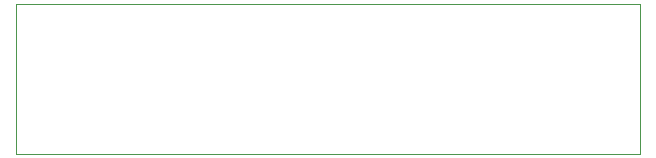
<source format=gbr>
%TF.GenerationSoftware,KiCad,Pcbnew,8.0.5*%
%TF.CreationDate,2024-10-16T08:17:44-04:00*%
%TF.ProjectId,NHD Display Connector 241015,4e484420-4469-4737-906c-617920436f6e,rev?*%
%TF.SameCoordinates,Original*%
%TF.FileFunction,Profile,NP*%
%FSLAX46Y46*%
G04 Gerber Fmt 4.6, Leading zero omitted, Abs format (unit mm)*
G04 Created by KiCad (PCBNEW 8.0.5) date 2024-10-16 08:17:44*
%MOMM*%
%LPD*%
G01*
G04 APERTURE LIST*
%TA.AperFunction,Profile*%
%ADD10C,0.050000*%
%TD*%
G04 APERTURE END LIST*
D10*
X112014000Y-93472000D02*
X164846000Y-93472000D01*
X164846000Y-106172000D01*
X112014000Y-106172000D01*
X112014000Y-93472000D01*
M02*

</source>
